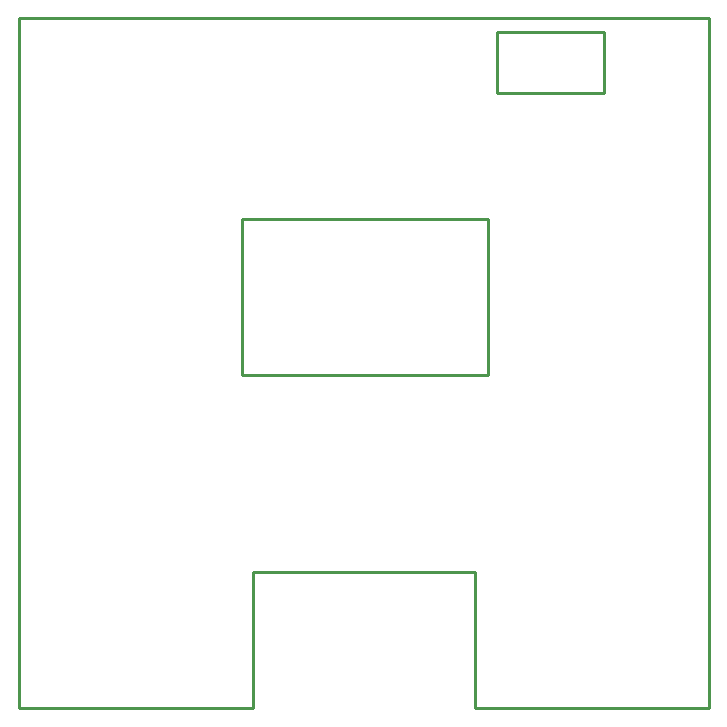
<source format=gko>
G04 Layer: BoardOutlineLayer*
G04 EasyEDA v6.5.34, 2023-08-21 18:11:39*
G04 170543c9dcd043ffafcefd08752301e1,5a6b42c53f6a479593ecc07194224c93,10*
G04 Gerber Generator version 0.2*
G04 Scale: 100 percent, Rotated: No, Reflected: No *
G04 Dimensions in millimeters *
G04 leading zeros omitted , absolute positions ,4 integer and 5 decimal *
%FSLAX45Y45*%
%MOMM*%

%ADD10C,0.2540*%
D10*
X-10Y5841989D02*
G01*
X5841989Y5841989D01*
X5841989Y-10D01*
X3860792Y0D01*
X3860792Y1155697D01*
X1981194Y1155697D01*
X1981194Y0D01*
X-10Y492D01*
X-10Y5841989D01*
X1892297Y4140192D02*
G01*
X1892297Y2819394D01*
X1892297Y2819394D02*
G01*
X3975092Y2819394D01*
X3975092Y2819394D02*
G01*
X3975092Y4140192D01*
X3975092Y4140192D02*
G01*
X1892297Y4140192D01*
X4044942Y5721339D02*
G01*
X4044942Y5206989D01*
X4044942Y5206989D02*
G01*
X4952989Y5206989D01*
X4952989Y5206989D02*
G01*
X4952989Y5721339D01*
X4952989Y5721339D02*
G01*
X4044942Y5721339D01*

%LPD*%
M02*

</source>
